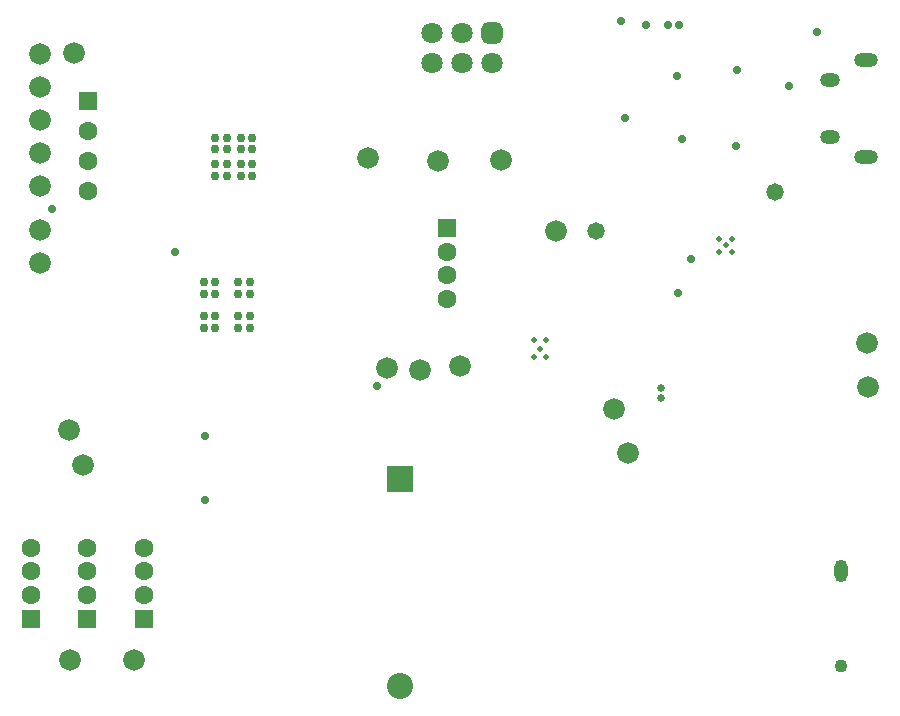
<source format=gbs>
G04*
G04 #@! TF.GenerationSoftware,Altium Limited,Altium Designer,24.1.2 (44)*
G04*
G04 Layer_Color=16711935*
%FSLAX44Y44*%
%MOMM*%
G71*
G04*
G04 #@! TF.SameCoordinates,E849002E-D005-4F9B-B670-832AB9F5597C*
G04*
G04*
G04 #@! TF.FilePolarity,Negative*
G04*
G01*
G75*
%ADD80C,1.4732*%
%ADD99R,2.2032X2.2032*%
%ADD100C,2.2032*%
%ADD101C,1.8032*%
G04:AMPARAMS|DCode=102|XSize=1.8032mm|YSize=1.8032mm|CornerRadius=0.5016mm|HoleSize=0mm|Usage=FLASHONLY|Rotation=180.000|XOffset=0mm|YOffset=0mm|HoleType=Round|Shape=RoundedRectangle|*
%AMROUNDEDRECTD102*
21,1,1.8032,0.8000,0,0,180.0*
21,1,0.8000,1.8032,0,0,180.0*
1,1,1.0032,-0.4000,0.4000*
1,1,1.0032,0.4000,0.4000*
1,1,1.0032,0.4000,-0.4000*
1,1,1.0032,-0.4000,-0.4000*
%
%ADD102ROUNDEDRECTD102*%
%ADD103R,1.6032X1.6032*%
%ADD104C,1.6032*%
%ADD105C,1.8288*%
%ADD106R,1.6012X1.6012*%
%ADD107C,1.6012*%
%ADD108O,1.1032X1.9032*%
%ADD109C,1.1032*%
%ADD110O,1.6632X1.2032*%
%ADD111O,2.0032X1.2032*%
%ADD112C,0.7532*%
%ADD113C,0.7032*%
%ADD114C,0.7112*%
%ADD115C,0.5080*%
%ADD116C,0.5000*%
%ADD117C,0.6400*%
D80*
X735007Y465856D02*
D03*
X583560Y432833D02*
D03*
D99*
X417566Y223303D02*
D03*
D100*
Y48003D02*
D03*
D101*
X444284Y575558D02*
D03*
Y600957D02*
D03*
X469684Y575558D02*
D03*
Y600957D02*
D03*
X495084Y575558D02*
D03*
D102*
Y600957D02*
D03*
D103*
X200399Y105003D02*
D03*
X105036Y105000D02*
D03*
X152631Y105002D02*
D03*
X457500Y435778D02*
D03*
D104*
X200399Y125003D02*
D03*
Y145003D02*
D03*
Y165003D02*
D03*
X105036Y125000D02*
D03*
Y145000D02*
D03*
Y165000D02*
D03*
X152631Y125002D02*
D03*
Y145002D02*
D03*
Y165002D02*
D03*
X457500Y375778D02*
D03*
Y395778D02*
D03*
Y415778D02*
D03*
D105*
X149430Y234723D02*
D03*
X812717Y338644D02*
D03*
X192491Y70000D02*
D03*
X138008D02*
D03*
X112522Y406281D02*
D03*
X813987Y300940D02*
D03*
X137238Y264375D02*
D03*
X406136Y316940D02*
D03*
X434275Y315064D02*
D03*
X112612Y499415D02*
D03*
X112970Y433710D02*
D03*
Y582697D02*
D03*
X112522Y471551D02*
D03*
X112727Y554688D02*
D03*
X112571Y526889D02*
D03*
X549348Y432935D02*
D03*
X503405Y493032D02*
D03*
X390284Y494632D02*
D03*
X450000Y492453D02*
D03*
X598929Y282134D02*
D03*
X141770Y583811D02*
D03*
X610958Y244792D02*
D03*
X468662Y318598D02*
D03*
D106*
X153140Y543443D02*
D03*
D107*
Y518043D02*
D03*
Y492643D02*
D03*
Y467243D02*
D03*
D108*
X791198Y145000D02*
D03*
D109*
Y65000D02*
D03*
D110*
X781327Y561007D02*
D03*
Y512507D02*
D03*
D111*
X812127Y577757D02*
D03*
Y495757D02*
D03*
D112*
X270681Y502174D02*
D03*
X260681D02*
D03*
X270681Y512174D02*
D03*
X260681D02*
D03*
X292500Y502174D02*
D03*
X282500D02*
D03*
X292500Y512174D02*
D03*
X282500D02*
D03*
X270681Y480000D02*
D03*
X260681D02*
D03*
X270681Y490000D02*
D03*
X260681D02*
D03*
X292500Y480000D02*
D03*
X282500D02*
D03*
X292500Y490000D02*
D03*
X282500D02*
D03*
X261207Y379619D02*
D03*
X251207D02*
D03*
X261207Y389619D02*
D03*
X251207D02*
D03*
X290443Y379619D02*
D03*
X280443D02*
D03*
X290443Y389619D02*
D03*
X280443D02*
D03*
X290443Y351070D02*
D03*
X280443D02*
D03*
X290443Y361070D02*
D03*
X280443D02*
D03*
X261207Y351070D02*
D03*
X251207D02*
D03*
X261207Y361070D02*
D03*
X251207D02*
D03*
D113*
X252659Y205492D02*
D03*
X252829Y259433D02*
D03*
X397891Y301602D02*
D03*
D114*
X122720Y451928D02*
D03*
X226884Y415777D02*
D03*
X653853Y607744D02*
D03*
X747037Y555624D02*
D03*
X655992Y511224D02*
D03*
X608387Y529258D02*
D03*
X652856Y380564D02*
D03*
X701832Y504832D02*
D03*
X664053Y409096D02*
D03*
X604833Y611240D02*
D03*
X625913Y607490D02*
D03*
X770635Y601394D02*
D03*
X702621Y569644D02*
D03*
X644201Y607490D02*
D03*
X652075Y564056D02*
D03*
D115*
X687875Y415699D02*
D03*
X698459D02*
D03*
X693167Y420991D02*
D03*
X698459Y426283D02*
D03*
X687875D02*
D03*
D116*
X530849Y341144D02*
D03*
Y326144D02*
D03*
X540849D02*
D03*
Y341144D02*
D03*
X535849Y333644D02*
D03*
D117*
X638879Y300144D02*
D03*
Y292144D02*
D03*
M02*

</source>
